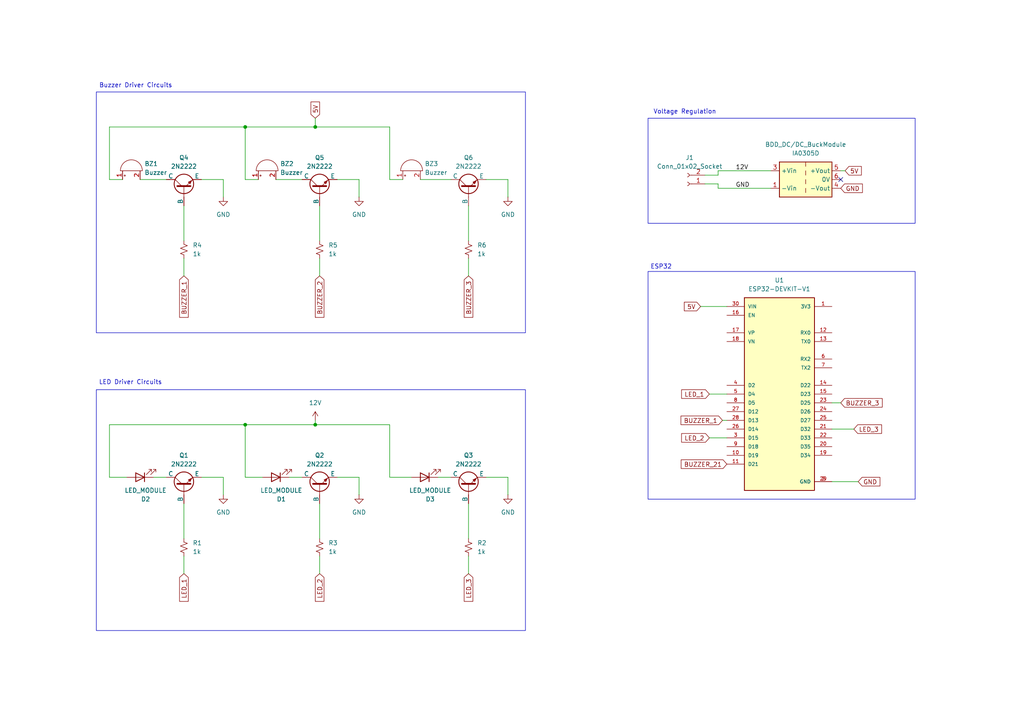
<source format=kicad_sch>
(kicad_sch (version 20231120) (generator "eeschema") (generator_version "8.0")
  (paper "A4")
  (lib_symbols
    (symbol "Connector:Conn_01x02_Socket" (pin_names (offset 1.016) hide)
      (property "Reference" "J" (at 0 2.54 0))
      (property "Value" "Conn_01x02_Socket" (at 0 -5.08 0))
      (symbol "Conn_01x02_Socket_1_1"
        (arc (start 0 -2.032) (mid -0.5058 -2.54) (end 0 -3.048) (stroke (width 0.1524)))
        (polyline (pts (xy -1.27 -2.54) (xy -0.508 -2.54)) (stroke (width 0.1524)))
        (polyline (pts (xy -1.27 0) (xy -0.508 0)) (stroke (width 0.1524)))
        (arc (start 0 0.508) (mid -0.5058 0) (end 0 -0.508) (stroke (width 0.1524)))
        (pin passive line (at -5.08 0 0) (length 3.81) (name "Pin_1") (number "1"))
        (pin passive line (at -5.08 -2.54 0) (length 3.81) (name "Pin_2") (number "2"))
      )
    )
    (symbol "Converter_DCDC:IA0305D"
      (property "Reference" "PS" (at -7.62 6.35 0))
      (property "Value" "IA0305D" (at 1.27 6.35 0))
      (symbol "IA0305D_0_0"
        (pin power_in line (at -10.16 -2.54 0) (length 2.54) (name "-Vin") (number "1"))
        (pin power_in line (at -10.16 2.54 0) (length 2.54) (name "+Vin") (number "3"))
        (pin power_out line (at 10.16 -2.54 180) (length 2.54) (name "-Vout") (number "4"))
        (pin power_out line (at 10.16 2.54 180) (length 2.54) (name "+Vout") (number "5"))
        (pin power_out line (at 10.16 0 180) (length 2.54) (name "0V") (number "6"))
      )
      (symbol "IA0305D_0_1"
        (rectangle (start -7.62 5.08) (end 7.62 -5.08) (stroke (width 0.254)) (fill (type background)))
        (polyline (pts (xy 0 -2.54) (xy 0 -3.81)))
        (polyline (pts (xy 0 0) (xy 0 -1.27)))
        (polyline (pts (xy 0 2.54) (xy 0 1.27)))
        (polyline (pts (xy 0 5.08) (xy 0 3.81)))
      )
      (symbol "IA0305D_1_1"
        (pin no_connect line (at 0 -5.08 90) (length 2.54) hide (name "NC") (number "2"))
      )
    )
    (symbol "Device:Buzzer" (pin_names (offset 0.0254) hide)
      (property "Reference" "BZ" (at 3.81 1.27 0))
      (property "Value" "Buzzer" (at 3.81 -1.27 0))
      (symbol "Buzzer_0_1"
        (arc (start 0 -3.175) (mid 3.1612 0) (end 0 3.175))
        (polyline (pts (xy -1.651 1.905) (xy -1.143 1.905)))
        (polyline (pts (xy -1.397 2.159) (xy -1.397 1.651)))
        (polyline (pts (xy 0 3.175) (xy 0 -3.175)))
      )
      (symbol "Buzzer_1_1"
        (pin passive line (at -2.54 2.54 0) (length 2.54) (name "+") (number "1"))
        (pin passive line (at -2.54 -2.54 0) (length 2.54) (name "-") (number "2"))
      )
    )
    (symbol "Device:R_Small_US" (pin_numbers hide) (pin_names (offset 0.254) hide)
      (property "Reference" "R" (at 0.762 0.508 0))
      (property "Value" "R_Small_US" (at 0.762 -1.016 0))
      (symbol "R_Small_US_1_1"
        (polyline (pts (xy 0 0) (xy 1.016 -0.381) (xy 0 -0.762) (xy -1.016 -1.143) (xy 0 -1.524)))
        (polyline (pts (xy 0 1.524) (xy 1.016 1.143) (xy 0 0.762) (xy -1.016 0.381) (xy 0 0)))
        (pin passive line (at 0 2.54 270) (length 1.016) (name "~") (number "1"))
        (pin passive line (at 0 -2.54 90) (length 1.016) (name "~") (number "2"))
      )
    )
    (symbol "ESP32-DEVKIT-V1:ESP32-DEVKIT-V1" (pin_names (offset 1.016))
      (property "Reference" "U" (at -10.16 30.48 0))
      (property "Value" "ESP32-DEVKIT-V1" (at -10.16 -30.48 0))
      (symbol "ESP32-DEVKIT-V1_0_0"
        (rectangle (start -10.16 -27.94) (end 10.16 27.94) (stroke (width 0.254)) (fill (type background)))
        (pin output line (at 15.24 25.4 180) (length 5.08) (name "3V3") (number "1"))
        (pin bidirectional line (at -15.24 -17.78 0) (length 5.08) (name "D19") (number "10"))
        (pin bidirectional line (at -15.24 -20.32 0) (length 5.08) (name "D21") (number "11"))
        (pin input line (at 15.24 17.78 180) (length 5.08) (name "RX0") (number "12"))
        (pin output line (at 15.24 15.24 180) (length 5.08) (name "TX0") (number "13"))
        (pin bidirectional line (at 15.24 2.54 180) (length 5.08) (name "D22") (number "14"))
        (pin bidirectional line (at 15.24 0 180) (length 5.08) (name "D23") (number "15"))
        (pin input line (at -15.24 22.86 0) (length 5.08) (name "EN") (number "16"))
        (pin bidirectional line (at -15.24 17.78 0) (length 5.08) (name "VP") (number "17"))
        (pin bidirectional line (at -15.24 15.24 0) (length 5.08) (name "VN") (number "18"))
        (pin bidirectional line (at 15.24 -17.78 180) (length 5.08) (name "D34") (number "19"))
        (pin power_in line (at 15.24 -25.4 180) (length 5.08) (name "GND") (number "2"))
        (pin bidirectional line (at 15.24 -15.24 180) (length 5.08) (name "D35") (number "20"))
        (pin bidirectional line (at 15.24 -10.16 180) (length 5.08) (name "D32") (number "21"))
        (pin bidirectional line (at 15.24 -12.7 180) (length 5.08) (name "D33") (number "22"))
        (pin bidirectional line (at 15.24 -2.54 180) (length 5.08) (name "D25") (number "23"))
        (pin bidirectional line (at 15.24 -5.08 180) (length 5.08) (name "D26") (number "24"))
        (pin bidirectional line (at 15.24 -7.62 180) (length 5.08) (name "D27") (number "25"))
        (pin bidirectional line (at -15.24 -10.16 0) (length 5.08) (name "D14") (number "26"))
        (pin bidirectional line (at -15.24 -5.08 0) (length 5.08) (name "D12") (number "27"))
        (pin bidirectional line (at -15.24 -7.62 0) (length 5.08) (name "D13") (number "28"))
        (pin power_in line (at 15.24 -25.4 180) (length 5.08) (name "GND") (number "29"))
        (pin bidirectional line (at -15.24 -12.7 0) (length 5.08) (name "D15") (number "3"))
        (pin input line (at -15.24 25.4 0) (length 5.08) (name "VIN") (number "30"))
        (pin bidirectional line (at -15.24 2.54 0) (length 5.08) (name "D2") (number "4"))
        (pin bidirectional line (at -15.24 0 0) (length 5.08) (name "D4") (number "5"))
        (pin input line (at 15.24 10.16 180) (length 5.08) (name "RX2") (number "6"))
        (pin output line (at 15.24 7.62 180) (length 5.08) (name "TX2") (number "7"))
        (pin bidirectional line (at -15.24 -2.54 0) (length 5.08) (name "D5") (number "8"))
        (pin bidirectional line (at -15.24 -15.24 0) (length 5.08) (name "D18") (number "9"))
      )
    )
    (symbol "LED:IR26-21C_L110_TR8" (pin_numbers hide) (pin_names (offset 1.016) hide)
      (property "Reference" "D" (at 0 2.54 0))
      (property "Value" "IR26-21C_L110_TR8" (at 0 -3.81 0))
      (symbol "IR26-21C_L110_TR8_0_1"
        (polyline (pts (xy -1.27 -1.27) (xy -1.27 1.27)) (stroke (width 0.254)))
        (polyline (pts (xy -1.27 0) (xy 1.27 0)))
        (polyline (pts (xy 1.27 -1.27) (xy 1.27 1.27) (xy -1.27 0) (xy 1.27 -1.27)) (stroke (width 0.254)))
        (polyline (pts (xy -3.048 -0.762) (xy -4.572 -2.286) (xy -3.81 -2.286) (xy -4.572 -2.286) (xy -4.572 -1.524)))
        (polyline (pts (xy -1.778 -0.762) (xy -3.302 -2.286) (xy -2.54 -2.286) (xy -3.302 -2.286) (xy -3.302 -1.524)))
      )
      (symbol "IR26-21C_L110_TR8_1_1"
        (pin passive line (at -3.81 0 0) (length 2.54) (name "K") (number "1"))
        (pin passive line (at 3.81 0 180) (length 2.54) (name "A") (number "2"))
      )
    )
    (symbol "Simulation_SPICE:NPN" (pin_numbers hide) (pin_names (offset 0))
      (property "Reference" "Q" (at -2.54 7.62 0))
      (property "Value" "NPN" (at -2.54 5.08 0))
      (symbol "NPN_0_1"
        (polyline (pts (xy -2.54 0) (xy 0.635 0)) (stroke (width 0.1524)))
        (polyline (pts (xy 0.635 0.635) (xy 2.54 2.54)))
        (polyline (pts (xy 2.794 -1.27) (xy 2.794 -1.27)) (stroke (width 0.1524)))
        (polyline (pts (xy 2.794 -1.27) (xy 2.794 -1.27)) (stroke (width 0.1524)))
        (polyline (pts (xy 0.635 -0.635) (xy 2.54 -2.54) (xy 2.54 -2.54)))
        (polyline (pts (xy 0.635 1.905) (xy 0.635 -1.905) (xy 0.635 -1.905)) (stroke (width 0.508)))
        (polyline (pts (xy 1.27 -1.778) (xy 1.778 -1.27) (xy 2.286 -2.286) (xy 1.27 -1.778) (xy 1.27 -1.778)) (fill (type outline)))
        (circle (center 1.27 0) (radius 2.8194) (stroke (width 0.254)))
      )
      (symbol "NPN_1_1"
        (pin open_collector line (at 2.54 5.08 270) (length 2.54) (name "C") (number "1"))
        (pin input line (at -5.08 0 0) (length 2.54) (name "B") (number "2"))
        (pin open_emitter line (at 2.54 -5.08 90) (length 2.54) (name "E") (number "3"))
      )
    )
    (symbol "power:GND" (power) (pin_numbers hide) (pin_names (offset 0) hide)
      (property "Value" "GND" (at 0 -3.81 0))
      (symbol "GND_0_1"
        (polyline (pts (xy 0 0) (xy 0 -1.27) (xy 1.27 -1.27) (xy 0 -2.54) (xy -1.27 -1.27) (xy 0 -1.27)))
      )
      (symbol "GND_1_1"
        (pin power_in line (at 0 0 270) (length 0) (name "~") (number "1"))
      )
    )
    (symbol "power:VCC" (power) (pin_numbers hide) (pin_names (offset 0) hide)
      (property "Value" "VCC" (at 0 3.556 0))
      (symbol "VCC_0_1"
        (polyline (pts (xy -0.762 1.27) (xy 0 2.54)))
        (polyline (pts (xy 0 0) (xy 0 2.54)))
        (polyline (pts (xy 0 2.54) (xy 0.762 1.27)))
      )
      (symbol "VCC_1_1"
        (pin power_in line (at 0 0 90) (length 0) (name "~") (number "1"))
      )
    )
  )
  (junction (at 71.12 36.83))
  (junction (at 91.44 123.19))
  (junction (at 71.12 123.19))
  (junction (at 91.44 36.83))
  (no_connect (at 243.84 52.07))
  (wire (pts (xy 147.32 52.07) (xy 140.97 52.07)))
  (wire (pts (xy 247.65 124.46) (xy 241.3 124.46)))
  (wire (pts (xy 92.71 59.69) (xy 92.71 69.85)))
  (wire (pts (xy 203.2 88.9) (xy 210.82 88.9)))
  (wire (pts (xy 104.14 52.07) (xy 97.79 52.07)))
  (wire (pts (xy 147.32 143.51) (xy 147.32 138.43)))
  (wire (pts (xy 104.14 138.43) (xy 97.79 138.43)))
  (wire (pts (xy 53.34 146.05) (xy 53.34 156.21)))
  (wire (pts (xy 31.75 138.43) (xy 31.75 123.19)))
  (wire (pts (xy 92.71 80.01) (xy 92.71 74.93)))
  (wire (pts (xy 135.89 80.01) (xy 135.89 74.93)))
  (wire (pts (xy 204.47 50.8) (xy 208.28 50.8)))
  (wire (pts (xy 53.34 59.69) (xy 53.34 69.85)))
  (wire (pts (xy 44.45 138.43) (xy 48.26 138.43)))
  (wire (pts (xy 104.14 57.15) (xy 104.14 52.07)))
  (wire (pts (xy 83.82 138.43) (xy 87.63 138.43)))
  (wire (pts (xy 113.03 52.07) (xy 113.03 36.83)))
  (wire (pts (xy 208.28 50.8) (xy 208.28 49.53)))
  (wire (pts (xy 92.71 166.37) (xy 92.71 161.29)))
  (wire (pts (xy 91.44 121.92) (xy 91.44 123.19)))
  (wire (pts (xy 119.38 138.43) (xy 113.03 138.43)))
  (wire (pts (xy 80.01 52.07) (xy 87.63 52.07)))
  (wire (pts (xy 208.28 49.53) (xy 223.52 49.53)))
  (wire (pts (xy 205.74 114.3) (xy 210.82 114.3)))
  (wire (pts (xy 135.89 59.69) (xy 135.89 69.85)))
  (wire (pts (xy 208.28 53.34) (xy 208.28 54.61)))
  (wire (pts (xy 121.92 52.07) (xy 130.81 52.07)))
  (wire (pts (xy 204.47 53.34) (xy 208.28 53.34)))
  (wire (pts (xy 31.75 123.19) (xy 71.12 123.19)))
  (wire (pts (xy 135.89 166.37) (xy 135.89 161.29)))
  (wire (pts (xy 64.77 143.51) (xy 64.77 138.43)))
  (wire (pts (xy 53.34 80.01) (xy 53.34 74.93)))
  (wire (pts (xy 31.75 52.07) (xy 31.75 36.83)))
  (wire (pts (xy 91.44 34.29) (xy 91.44 36.83)))
  (wire (pts (xy 209.55 121.92) (xy 210.82 121.92)))
  (wire (pts (xy 104.14 143.51) (xy 104.14 138.43)))
  (wire (pts (xy 92.71 146.05) (xy 92.71 156.21)))
  (wire (pts (xy 127 138.43) (xy 130.81 138.43)))
  (wire (pts (xy 248.92 139.7) (xy 241.3 139.7)))
  (wire (pts (xy 245.11 49.53) (xy 243.84 49.53)))
  (wire (pts (xy 36.83 138.43) (xy 31.75 138.43)))
  (wire (pts (xy 71.12 138.43) (xy 71.12 123.19)))
  (wire (pts (xy 71.12 123.19) (xy 91.44 123.19)))
  (wire (pts (xy 91.44 36.83) (xy 113.03 36.83)))
  (wire (pts (xy 71.12 36.83) (xy 91.44 36.83)))
  (wire (pts (xy 116.84 52.07) (xy 113.03 52.07)))
  (wire (pts (xy 31.75 36.83) (xy 71.12 36.83)))
  (wire (pts (xy 71.12 52.07) (xy 71.12 36.83)))
  (wire (pts (xy 147.32 138.43) (xy 140.97 138.43)))
  (wire (pts (xy 35.56 52.07) (xy 31.75 52.07)))
  (wire (pts (xy 208.28 54.61) (xy 223.52 54.61)))
  (wire (pts (xy 74.93 52.07) (xy 71.12 52.07)))
  (wire (pts (xy 205.74 127) (xy 210.82 127)))
  (wire (pts (xy 53.34 166.37) (xy 53.34 161.29)))
  (wire (pts (xy 64.77 57.15) (xy 64.77 52.07)))
  (wire (pts (xy 147.32 57.15) (xy 147.32 52.07)))
  (wire (pts (xy 135.89 146.05) (xy 135.89 156.21)))
  (wire (pts (xy 243.84 116.84) (xy 241.3 116.84)))
  (wire (pts (xy 64.77 138.43) (xy 58.42 138.43)))
  (wire (pts (xy 40.64 52.07) (xy 48.26 52.07)))
  (wire (pts (xy 91.44 123.19) (xy 113.03 123.19)))
  (wire (pts (xy 113.03 138.43) (xy 113.03 123.19)))
  (wire (pts (xy 76.2 138.43) (xy 71.12 138.43)))
  (wire (pts (xy 64.77 52.07) (xy 58.42 52.07)))
  (rectangle (start 187.96 34.29) (end 265.43 64.77))
  (rectangle (start 27.94 26.67) (end 152.4 96.52))
  (rectangle (start 187.96 78.74) (end 265.43 144.78))
  (rectangle (start 27.94 113.03) (end 152.4 182.88))
  (text "ESP32" (at 191.77 77.47 0) (effects (font (size 1.27 1.27))))
  (text "Voltage Regulation" (at 198.628 32.512 0) (effects (font (size 1.27 1.27))))
  (text "Buzzer Driver Circuits" (at 39.37 24.892 0) (effects (font (size 1.27 1.27))))
  (text "LED Driver Circuits" (at 37.846 110.998 0) (effects (font (size 1.27 1.27))))
  (label "12V" (at 213.36 49.53 0))
  (label "GND" (at 213.36 54.61 0))
  (global_label "LED_3" (shape input) (at 247.65 124.46 0) (property "Intersheetrefs" "${INTERSHEET_REFS}" (effects (hide yes))))
  (global_label "BUZZER_3" (shape input) (at 243.84 116.84 0) (property "Intersheetrefs" "${INTERSHEET_REFS}" (effects (hide yes))))
  (global_label "5V" (shape input) (at 91.44 34.29 90) (property "Intersheetrefs" "${INTERSHEET_REFS}" (effects (hide yes))))
  (global_label "GND" (shape input) (at 248.92 139.7 0) (property "Intersheetrefs" "${INTERSHEET_REFS}" (effects (hide yes))))
  (global_label "LED_1" (shape input) (at 53.34 166.37 270) (property "Intersheetrefs" "${INTERSHEET_REFS}" (effects (hide yes))))
  (global_label "BUZZER_3" (shape input) (at 135.89 80.01 270) (property "Intersheetrefs" "${INTERSHEET_REFS}" (effects (hide yes))))
  (global_label "LED_2" (shape input) (at 205.74 127 180) (property "Intersheetrefs" "${INTERSHEET_REFS}" (effects (hide yes))))
  (global_label "LED_3" (shape input) (at 135.89 166.37 270) (property "Intersheetrefs" "${INTERSHEET_REFS}" (effects (hide yes))))
  (global_label "5V" (shape input) (at 203.2 88.9 180) (property "Intersheetrefs" "${INTERSHEET_REFS}" (effects (hide yes))))
  (global_label "GND" (shape input) (at 243.84 54.61 0) (property "Intersheetrefs" "${INTERSHEET_REFS}" (effects (hide yes))))
  (global_label "BUZZER_1" (shape input) (at 53.34 80.01 270) (property "Intersheetrefs" "${INTERSHEET_REFS}" (effects (hide yes))))
  (global_label "BUZZER_21" (shape input) (at 210.82 134.62 180) (property "Intersheetrefs" "${INTERSHEET_REFS}" (effects (hide yes))))
  (global_label "BUZZER_2" (shape input) (at 92.71 80.01 270) (property "Intersheetrefs" "${INTERSHEET_REFS}" (effects (hide yes))))
  (global_label "LED_1" (shape input) (at 205.74 114.3 180) (property "Intersheetrefs" "${INTERSHEET_REFS}" (effects (hide yes))))
  (global_label "BUZZER_1" (shape input) (at 209.55 121.92 180) (property "Intersheetrefs" "${INTERSHEET_REFS}" (effects (hide yes))))
  (global_label "5V" (shape input) (at 245.11 49.53 0) (property "Intersheetrefs" "${INTERSHEET_REFS}" (effects (hide yes))))
  (global_label "LED_2" (shape input) (at 92.71 166.37 270) (property "Intersheetrefs" "${INTERSHEET_REFS}" (effects (hide yes))))
  (symbol (lib_id "power:GND") (at 147.32 57.15 0) (unit 1)
    (property "Reference" "#PWR08" (effects (hide yes)))
    (property "Value" "GND" (at 147.32 62.23 0))
    (property "Description" "Power symbol creates a global label with name \"GND\" , ground" (effects (hide yes)))
  )
  (symbol (lib_id "power:GND") (at 104.14 143.51 0) (unit 1)
    (property "Reference" "#PWR02" (effects (hide yes)))
    (property "Value" "GND" (at 104.14 148.59 0))
    (property "Description" "Power symbol creates a global label with name \"GND\" , ground" (effects (hide yes)))
  )
  (symbol (lib_id "Simulation_SPICE:NPN") (at 92.71 140.97 90) (unit 1)
    (property "Reference" "Q2" (at 92.71 132.08 90))
    (property "Value" "2N2222" (at 92.71 134.62 90))
    (property "Datasheet" "https://ngspice.sourceforge.io/docs/ngspice-html-manual/manual.xhtml#cha_BJTs" (effects (hide yes)))
    (property "Description" "Bipolar transistor symbol for simulation only, substrate tied to the emitter" (effects (hide yes)))
    (property "Sim.Device" "NPN" (effects (hide yes)))
    (property "Sim.Type" "GUMMELPOON" (effects (hide yes)))
    (property "Sim.Pins" "1=C 2=B 3=E" (effects (hide yes)))
  )
  (symbol (lib_id "Simulation_SPICE:NPN") (at 53.34 140.97 90) (unit 1)
    (property "Reference" "Q1" (at 53.34 132.08 90))
    (property "Value" "2N2222" (at 53.34 134.62 90))
    (property "Datasheet" "https://ngspice.sourceforge.io/docs/ngspice-html-manual/manual.xhtml#cha_BJTs" (effects (hide yes)))
    (property "Description" "Bipolar transistor symbol for simulation only, substrate tied to the emitter" (effects (hide yes)))
    (property "Sim.Device" "NPN" (effects (hide yes)))
    (property "Sim.Type" "GUMMELPOON" (effects (hide yes)))
    (property "Sim.Pins" "1=C 2=B 3=E" (effects (hide yes)))
  )
  (symbol (lib_id "power:VCC") (at 91.44 121.92 0) (unit 1)
    (property "Reference" "#PWR04" (effects (hide yes)))
    (property "Value" "12V" (at 91.44 116.84 0))
    (property "Description" "Power symbol creates a global label with name \"VCC\"" (effects (hide yes)))
  )
  (symbol (lib_id "Device:R_Small_US") (at 92.71 72.39 0) (unit 1)
    (property "Reference" "R5" (at 95.25 71.1199 0) (effects (justify left)))
    (property "Value" "1k" (at 95.25 73.6599 0) (effects (justify left)))
    (property "Description" "Resistor, small US symbol" (effects (hide yes)))
  )
  (symbol (lib_id "LED:IR26-21C_L110_TR8") (at 80.01 138.43 180) (unit 1)
    (property "Reference" "D1" (at 81.5975 144.78 0))
    (property "Value" "LED_MODULE" (at 81.5975 142.24 0))
    (property "Footprint" "LED_SMD:LED_1206_3216Metric" (effects (hide yes)))
    (property "Datasheet" "http://www.everlight.com/file/ProductFile/IR26-21C-L110-TR8.pdf" (effects (hide yes)))
    (property "Description" "940nm, 20 deg, Infrared LED, 1206" (effects (hide yes)))
  )
  (symbol (lib_id "Device:R_Small_US") (at 53.34 72.39 0) (unit 1)
    (property "Reference" "R4" (at 55.88 71.1199 0) (effects (justify left)))
    (property "Value" "1k" (at 55.88 73.6599 0) (effects (justify left)))
    (property "Description" "Resistor, small US symbol" (effects (hide yes)))
  )
  (symbol (lib_id "Device:Buzzer") (at 38.1 49.53 90) (unit 1)
    (property "Reference" "BZ1" (at 41.91 47.5048 90) (effects (justify right)))
    (property "Value" "Buzzer" (at 41.91 50.0448 90) (effects (justify right)))
    (property "Description" "Buzzer, polarized" (effects (hide yes)))
  )
  (symbol (lib_id "Device:R_Small_US") (at 135.89 158.75 0) (unit 1)
    (property "Reference" "R2" (at 138.43 157.4799 0) (effects (justify left)))
    (property "Value" "1k" (at 138.43 160.0199 0) (effects (justify left)))
    (property "Description" "Resistor, small US symbol" (effects (hide yes)))
  )
  (symbol (lib_id "Converter_DCDC:IA0305D") (at 233.68 52.07 0) (unit 1)
    (property "Reference" "BDD_DC/DC_BuckModule" (at 233.68 41.91 0))
    (property "Value" "IA0305D" (at 233.68 44.45 0))
    (property "Footprint" "Converter_DCDC:Converter_DCDC_XP_POWER-IAxxxxD_THT" (effects (hide yes)))
    (property "Datasheet" "https://www.xppower.com/pdfs/SF_IA.pdf" (effects (hide yes)))
    (property "Description" "XP Power 1W, 1000 VDC Isolated DC/DC Converter Module, Dual Output Voltage ±5V, ±100mA, 3.3V Input Voltage, DIP" (effects (hide yes)))
  )
  (symbol (lib_id "ESP32-DEVKIT-V1:ESP32-DEVKIT-V1") (at 226.06 114.3 0) (unit 1)
    (property "Reference" "U1" (at 226.06 81.28 0))
    (property "Value" "ESP32-DEVKIT-V1" (at 226.06 83.82 0))
    (property "Footprint" "ESP32-DEVKIT-V1:MODULE_ESP32_DEVKIT_V1" (effects (hide yes)))
    (property "MF" "Do it" (effects (hide yes)))
    (property "MAXIMUM_PACKAGE_HEIGHT" "6.8 mm" (effects (hide yes)))
    (property "Package" "None" (effects (hide yes)))
    (property "Price" "None" (effects (hide yes)))
    (property "Check_prices" "https://www.snapeda.com/parts/ESP32-DEVKIT-V1/Do+it/view-part/?ref=eda" (effects (hide yes)))
    (property "STANDARD" "Manufacturer Recommendations" (effects (hide yes)))
    (property "PARTREV" "N/A" (effects (hide yes)))
    (property "SnapEDA_Link" "https://www.snapeda.com/parts/ESP32-DEVKIT-V1/Do+it/view-part/?ref=snap" (effects (hide yes)))
    (property "MP" "ESP32-DEVKIT-V1" (effects (hide yes)))
    (property "Description_1" "\n                        \n                            Dual core, Wi-Fi: 2.4 GHz up to 150 Mbits/s,BLE (Bluetooth Low Energy) and legacy Bluetooth, 32 bits, Up to 240 MHz\n                        \n" (effects (hide yes)))
    (property "Availability" "Not in stock" (effects (hide yes)))
    (property "MANUFACTURER" "DOIT" (effects (hide yes)))
  )
  (symbol (lib_id "Simulation_SPICE:NPN") (at 135.89 140.97 90) (unit 1)
    (property "Reference" "Q3" (at 135.89 132.08 90))
    (property "Value" "2N2222" (at 135.89 134.62 90))
    (property "Datasheet" "https://ngspice.sourceforge.io/docs/ngspice-html-manual/manual.xhtml#cha_BJTs" (effects (hide yes)))
    (property "Description" "Bipolar transistor symbol for simulation only, substrate tied to the emitter" (effects (hide yes)))
    (property "Sim.Device" "NPN" (effects (hide yes)))
    (property "Sim.Type" "GUMMELPOON" (effects (hide yes)))
    (property "Sim.Pins" "1=C 2=B 3=E" (effects (hide yes)))
  )
  (symbol (lib_id "Simulation_SPICE:NPN") (at 92.71 54.61 90) (unit 1)
    (property "Reference" "Q5" (at 92.71 45.72 90))
    (property "Value" "2N2222" (at 92.71 48.26 90))
    (property "Datasheet" "https://ngspice.sourceforge.io/docs/ngspice-html-manual/manual.xhtml#cha_BJTs" (effects (hide yes)))
    (property "Description" "Bipolar transistor symbol for simulation only, substrate tied to the emitter" (effects (hide yes)))
    (property "Sim.Device" "NPN" (effects (hide yes)))
    (property "Sim.Type" "GUMMELPOON" (effects (hide yes)))
    (property "Sim.Pins" "1=C 2=B 3=E" (effects (hide yes)))
  )
  (symbol (lib_id "Simulation_SPICE:NPN") (at 53.34 54.61 90) (unit 1)
    (property "Reference" "Q4" (at 53.34 45.72 90))
    (property "Value" "2N2222" (at 53.34 48.26 90))
    (property "Datasheet" "https://ngspice.sourceforge.io/docs/ngspice-html-manual/manual.xhtml#cha_BJTs" (effects (hide yes)))
    (property "Description" "Bipolar transistor symbol for simulation only, substrate tied to the emitter" (effects (hide yes)))
    (property "Sim.Device" "NPN" (effects (hide yes)))
    (property "Sim.Type" "GUMMELPOON" (effects (hide yes)))
    (property "Sim.Pins" "1=C 2=B 3=E" (effects (hide yes)))
  )
  (symbol (lib_id "power:GND") (at 64.77 57.15 0) (unit 1)
    (property "Reference" "#PWR05" (effects (hide yes)))
    (property "Value" "GND" (at 64.77 62.23 0))
    (property "Description" "Power symbol creates a global label with name \"GND\" , ground" (effects (hide yes)))
  )
  (symbol (lib_id "power:GND") (at 64.77 143.51 0) (unit 1)
    (property "Reference" "#PWR01" (effects (hide yes)))
    (property "Value" "GND" (at 64.77 148.59 0))
    (property "Description" "Power symbol creates a global label with name \"GND\" , ground" (effects (hide yes)))
  )
  (symbol (lib_id "LED:IR26-21C_L110_TR8") (at 123.19 138.43 180) (unit 1)
    (property "Reference" "D3" (at 124.7775 144.78 0))
    (property "Value" "LED_MODULE" (at 124.7775 142.24 0))
    (property "Footprint" "LED_SMD:LED_1206_3216Metric" (effects (hide yes)))
    (property "Datasheet" "http://www.everlight.com/file/ProductFile/IR26-21C-L110-TR8.pdf" (effects (hide yes)))
    (property "Description" "940nm, 20 deg, Infrared LED, 1206" (effects (hide yes)))
  )
  (symbol (lib_id "power:GND") (at 147.32 143.51 0) (unit 1)
    (property "Reference" "#PWR03" (effects (hide yes)))
    (property "Value" "GND" (at 147.32 148.59 0))
    (property "Description" "Power symbol creates a global label with name \"GND\" , ground" (effects (hide yes)))
  )
  (symbol (lib_id "power:GND") (at 104.14 57.15 0) (unit 1)
    (property "Reference" "#PWR07" (effects (hide yes)))
    (property "Value" "GND" (at 104.14 62.23 0))
    (property "Description" "Power symbol creates a global label with name \"GND\" , ground" (effects (hide yes)))
  )
  (symbol (lib_id "Device:R_Small_US") (at 92.71 158.75 0) (unit 1)
    (property "Reference" "R3" (at 95.25 157.4799 0) (effects (justify left)))
    (property "Value" "1k" (at 95.25 160.0199 0) (effects (justify left)))
    (property "Description" "Resistor, small US symbol" (effects (hide yes)))
  )
  (symbol (lib_id "Connector:Conn_01x02_Socket") (at 199.39 53.34 180) (unit 1)
    (property "Reference" "J1" (at 200.025 45.72 0))
    (property "Value" "Conn_01x02_Socket" (at 200.025 48.26 0))
    (property "Description" "Generic connector, single row, 01x02, script generated" (effects (hide yes)))
  )
  (symbol (lib_id "LED:IR26-21C_L110_TR8") (at 40.64 138.43 180) (unit 1)
    (property "Reference" "D2" (at 42.2275 144.78 0))
    (property "Value" "LED_MODULE" (at 42.2275 142.24 0))
    (property "Footprint" "LED_SMD:LED_1206_3216Metric" (effects (hide yes)))
    (property "Datasheet" "http://www.everlight.com/file/ProductFile/IR26-21C-L110-TR8.pdf" (effects (hide yes)))
    (property "Description" "940nm, 20 deg, Infrared LED, 1206" (effects (hide yes)))
  )
  (symbol (lib_id "Device:R_Small_US") (at 135.89 72.39 0) (unit 1)
    (property "Reference" "R6" (at 138.43 71.1199 0) (effects (justify left)))
    (property "Value" "1k" (at 138.43 73.6599 0) (effects (justify left)))
    (property "Description" "Resistor, small US symbol" (effects (hide yes)))
  )
  (symbol (lib_id "Device:R_Small_US") (at 53.34 158.75 0) (unit 1)
    (property "Reference" "R1" (at 55.88 157.4799 0) (effects (justify left)))
    (property "Value" "1k" (at 55.88 160.0199 0) (effects (justify left)))
    (property "Description" "Resistor, small US symbol" (effects (hide yes)))
  )
  (symbol (lib_id "Device:Buzzer") (at 119.38 49.53 90) (unit 1)
    (property "Reference" "BZ3" (at 123.19 47.5048 90) (effects (justify right)))
    (property "Value" "Buzzer" (at 123.19 50.0448 90) (effects (justify right)))
    (property "Description" "Buzzer, polarized" (effects (hide yes)))
  )
  (symbol (lib_id "Device:Buzzer") (at 77.47 49.53 90) (unit 1)
    (property "Reference" "BZ2" (at 81.28 47.5048 90) (effects (justify right)))
    (property "Value" "Buzzer" (at 81.28 50.0448 90) (effects (justify right)))
    (property "Description" "Buzzer, polarized" (effects (hide yes)))
  )
  (symbol (lib_id "Simulation_SPICE:NPN") (at 135.89 54.61 90) (unit 1)
    (property "Reference" "Q6" (at 135.89 45.72 90))
    (property "Value" "2N2222" (at 135.89 48.26 90))
    (property "Datasheet" "https://ngspice.sourceforge.io/docs/ngspice-html-manual/manual.xhtml#cha_BJTs" (effects (hide yes)))
    (property "Description" "Bipolar transistor symbol for simulation only, substrate tied to the emitter" (effects (hide yes)))
    (property "Sim.Device" "NPN" (effects (hide yes)))
    (property "Sim.Type" "GUMMELPOON" (effects (hide yes)))
    (property "Sim.Pins" "1=C 2=B 3=E" (effects (hide yes)))
  )
)
</source>
